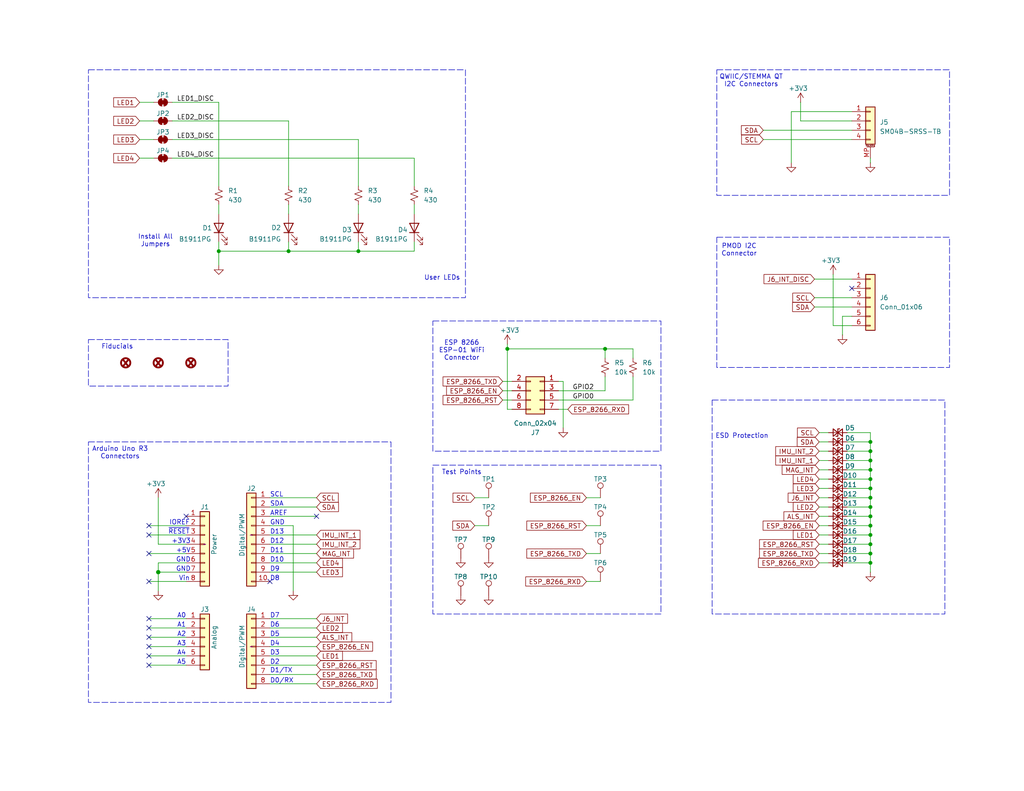
<source format=kicad_sch>
(kicad_sch (version 20250114) (generator "eeschema") (generator_version "9.0")
  (paper "USLetter")
  (title_block (title "Sensor Shield") (date "2026-01-01") (rev "--") (company "Glenn Andrews"))
  (lib_symbols
    (symbol "Conn_01x08_1" (pin_names (offset 1.016) (hide yes))
      (property "Reference" "J" (at 0 10.16 0))
      (property "Value" "Conn_01x08" (at 0 -12.7 0))
      (symbol "Conn_01x08_1_1_1"
        (pin passive line (at -5.08 7.62 0) (length 3.81) (name "Pin_1") (number "1"))
        (pin passive line (at -5.08 5.08 0) (length 3.81) (name "Pin_2") (number "2"))
        (pin passive line (at -5.08 2.54 0) (length 3.81) (name "Pin_3") (number "3"))
        (pin passive line (at -5.08 0 0) (length 3.81) (name "Pin_4") (number "4"))
        (pin passive line (at -5.08 -2.54 0) (length 3.81) (name "Pin_5") (number "5"))
        (pin passive line (at -5.08 -5.08 0) (length 3.81) (name "Pin_6") (number "6"))
        (pin passive line (at -5.08 -7.62 0) (length 3.81) (name "Pin_7") (number "7"))
        (pin passive line (at -5.08 -10.16 0) (length 3.81) (name "Pin_8") (number "8"))
      )
    )
    (symbol "Connector_Generic:Conn_01x06" (pin_names (offset 1.016) (hide yes))
      (property "Reference" "J" (at 0 7.62 0))
      (property "Value" "Conn_01x06" (at 0 -10.16 0))
      (symbol "Conn_01x06_1_1"
        (pin passive line (at -5.08 5.08 0) (length 3.81) (name "Pin_1") (number "1"))
        (pin passive line (at -5.08 2.54 0) (length 3.81) (name "Pin_2") (number "2"))
        (pin passive line (at -5.08 0 0) (length 3.81) (name "Pin_3") (number "3"))
        (pin passive line (at -5.08 -2.54 0) (length 3.81) (name "Pin_4") (number "4"))
        (pin passive line (at -5.08 -5.08 0) (length 3.81) (name "Pin_5") (number "5"))
        (pin passive line (at -5.08 -7.62 0) (length 3.81) (name "Pin_6") (number "6"))
      )
    )
    (symbol "Connector_Generic:Conn_01x08" (pin_names (offset 1.016) (hide yes))
      (property "Reference" "J" (at 0 10.16 0))
      (property "Value" "Conn_01x08" (at 0 -12.7 0))
      (symbol "Conn_01x08_1_1"
        (pin passive line (at -5.08 7.62 0) (length 3.81) (name "Pin_1") (number "1"))
        (pin passive line (at -5.08 5.08 0) (length 3.81) (name "Pin_2") (number "2"))
        (pin passive line (at -5.08 2.54 0) (length 3.81) (name "Pin_3") (number "3"))
        (pin passive line (at -5.08 0 0) (length 3.81) (name "Pin_4") (number "4"))
        (pin passive line (at -5.08 -2.54 0) (length 3.81) (name "Pin_5") (number "5"))
        (pin passive line (at -5.08 -5.08 0) (length 3.81) (name "Pin_6") (number "6"))
        (pin passive line (at -5.08 -7.62 0) (length 3.81) (name "Pin_7") (number "7"))
        (pin passive line (at -5.08 -10.16 0) (length 3.81) (name "Pin_8") (number "8"))
      )
    )
    (symbol "Connector_Generic:Conn_01x10" (pin_names (offset 1.016) (hide yes))
      (property "Reference" "J" (at 0 12.7 0))
      (property "Value" "Conn_01x10" (at 0 -15.24 0))
      (symbol "Conn_01x10_1_1"
        (pin passive line (at -5.08 10.16 0) (length 3.81) (name "Pin_1") (number "1"))
        (pin passive line (at -5.08 7.62 0) (length 3.81) (name "Pin_2") (number "2"))
        (pin passive line (at -5.08 5.08 0) (length 3.81) (name "Pin_3") (number "3"))
        (pin passive line (at -5.08 2.54 0) (length 3.81) (name "Pin_4") (number "4"))
        (pin passive line (at -5.08 0 0) (length 3.81) (name "Pin_5") (number "5"))
        (pin passive line (at -5.08 -2.54 0) (length 3.81) (name "Pin_6") (number "6"))
        (pin passive line (at -5.08 -5.08 0) (length 3.81) (name "Pin_7") (number "7"))
        (pin passive line (at -5.08 -7.62 0) (length 3.81) (name "Pin_8") (number "8"))
        (pin passive line (at -5.08 -10.16 0) (length 3.81) (name "Pin_9") (number "9"))
        (pin passive line (at -5.08 -12.7 0) (length 3.81) (name "Pin_10") (number "10"))
      )
    )
    (symbol "Connector_Generic:Conn_02x04_Odd_Even" (pin_names (offset 1.016) (hide yes))
      (property "Reference" "J" (at 1.27 5.08 0))
      (property "Value" "Conn_02x04_Odd_Even" (at 1.27 -7.62 0))
      (symbol "Conn_02x04_Odd_Even_1_1"
        (pin passive line (at -5.08 2.54 0) (length 3.81) (name "Pin_1") (number "1"))
        (pin passive line (at -5.08 0 0) (length 3.81) (name "Pin_3") (number "3"))
        (pin passive line (at -5.08 -2.54 0) (length 3.81) (name "Pin_5") (number "5"))
        (pin passive line (at -5.08 -5.08 0) (length 3.81) (name "Pin_7") (number "7"))
        (pin passive line (at 7.62 2.54 180) (length 3.81) (name "Pin_2") (number "2"))
        (pin passive line (at 7.62 0 180) (length 3.81) (name "Pin_4") (number "4"))
        (pin passive line (at 7.62 -2.54 180) (length 3.81) (name "Pin_6") (number "6"))
        (pin passive line (at 7.62 -5.08 180) (length 3.81) (name "Pin_8") (number "8"))
      )
    )
    (symbol "Connector_Generic_MountingPin:Conn_01x04_MountingPin" (pin_names (offset 1.016) (hide yes))
      (property "Reference" "J" (at 0 5.08 0))
      (property "Value" "Conn_01x04_MountingPin" (at 1.27 -7.62 0))
      (symbol "Conn_01x04_MountingPin_1_1"
        (text "Mounting" (at 0 -6.731 0) (effects (font (size 0.381 0.381))))
        (pin passive line (at -5.08 2.54 0) (length 3.81) (name "Pin_1") (number "1"))
        (pin passive line (at -5.08 0 0) (length 3.81) (name "Pin_2") (number "2"))
        (pin passive line (at -5.08 -2.54 0) (length 3.81) (name "Pin_3") (number "3"))
        (pin passive line (at -5.08 -5.08 0) (length 3.81) (name "Pin_4") (number "4"))
        (pin passive line (at 0 -10.16 90) (length 3.048) (name "MountPin") (number "MP"))
      )
    )
    (symbol "Device:D_TVS_Small" (pin_numbers (hide yes)) (pin_names (offset 1.016) (hide yes))
      (property "Reference" "D" (at 0 2.54 0))
      (property "Value" "D_TVS_Small" (at 0 -2.54 0))
      (symbol "D_TVS_Small_1_1"
        (pin passive line (at -2.54 0 0) (length 1.27) (name "A1") (number "1"))
        (pin passive line (at 2.54 0 180) (length 1.27) (name "A2") (number "2"))
      )
    )
    (symbol "Device:LED" (pin_numbers (hide yes)) (pin_names (offset 1.016) (hide yes))
      (property "Reference" "D" (at 0 2.54 0))
      (property "Value" "LED" (at 0 -2.54 0))
      (symbol "LED_1_1"
        (pin passive line (at -3.81 0 0) (length 2.54) (name "K") (number "1"))
        (pin passive line (at 3.81 0 180) (length 2.54) (name "A") (number "2"))
      )
    )
    (symbol "Device:R_Small_US" (pin_numbers (hide yes)) (pin_names (offset 0.254) (hide yes))
      (property "Reference" "R" (at 0.762 0.508 0))
      (property "Value" "R_Small_US" (at 0.762 -1.016 0))
      (symbol "R_Small_US_1_1"
        (pin passive line (at 0 2.54 270) (length 1.016) (name "~") (number "1"))
        (pin passive line (at 0 -2.54 90) (length 1.016) (name "~") (number "2"))
      )
    )
    (symbol "PCM_SparkFun-Aesthetic:Fiducial_0.5mm"
      (symbol "Fiducial_0.5mm_1_1"
        (text "x" (at 0 0.254 0) (effects (font (size 2.5 2.5) (bold yes))))
      )
    )
    (symbol "PCM_SparkFun-Connector:TestPoint_0.5mm" (pin_numbers (hide yes)) (pin_names (offset 0.762) (hide yes))
      (property "Reference" "TP" (at 0 5.08 0))
      (symbol "TestPoint_0.5mm_1_1"
        (pin passive line (at 0 0 90) (length 2.54) (name "1") (number "1"))
      )
    )
    (symbol "PCM_SparkFun-Connector:TestPoint_1.0mm" (pin_numbers (hide yes)) (pin_names (offset 0.762) (hide yes))
      (property "Reference" "TP" (at 0 5.08 0))
      (symbol "TestPoint_1.0mm_1_1"
        (pin passive line (at 0 0 90) (length 2.54) (name "1") (number "1"))
      )
    )
    (symbol "PCM_SparkFun-Jumper:SolderJumper_2_Bridged" (pin_numbers (hide yes)) (pin_names (offset 0) (hide yes))
      (property "Reference" "JP" (at 0 2.032 0))
      (property "Value" "~" (at 0 -2.54 0))
      (symbol "SolderJumper_2_Bridged_1_1"
        (pin passive line (at -2.54 0 0) (length 1.27) (name "A") (number "1"))
        (pin passive line (at 2.54 0 180) (length 1.27) (name "B") (number "2"))
      )
    )
    (symbol "power:+3V3" (power) (pin_numbers (hide yes)) (pin_names (offset 0) (hide yes))
      (property "Value" "+3V3" (at 0 3.556 0))
      (symbol "+3V3_1_1"
        (pin power_in line (at 0 0 90) (length 0) (name "~") (number "1"))
      )
    )
    (symbol "power:GND" (power) (pin_numbers (hide yes)) (pin_names (offset 0) (hide yes))
      (property "Value" "GND" (at 0 -3.81 0))
      (symbol "GND_1_1"
        (pin power_in line (at 0 0 270) (length 0) (name "~") (number "1"))
      )
    )
  )
  (rectangle (start 195.58 64.77) (end 259.08 100.33) (stroke (width 0) (type dash)))
  (rectangle (start 24.13 92.71) (end 62.23 105.41) (stroke (width 0) (type dash)))
  (rectangle (start 24.13 19.05) (end 127 81.28) (stroke (width 0) (type dash)))
  (rectangle (start 24.13 120.65) (end 106.68 191.77) (stroke (width 0) (type dash)))
  (rectangle (start 194.31 109.22) (end 257.81 167.64) (stroke (width 0) (type dash)))
  (rectangle (start 195.58 19.05) (end 259.08 53.34) (stroke (width 0) (type dash)))
  (rectangle (start 118.11 127) (end 180.34 167.64) (stroke (width 0) (type dash)))
  (rectangle (start 118.11 87.63) (end 180.34 123.19) (stroke (width 0) (type dash)))
  (text "QWIIC/STEMMA QT\nI2C Connectors" (at 204.978 22.098 0) (effects (font (size 1.27 1.27))))
  (text "IOREF" (at 51.816 142.748 0) (effects (font (size 1.27 1.27)) (justify right)))
  (text "GND" (at 52.07 152.908 0) (effects (font (size 1.27 1.27)) (justify right)))
  (text "A1" (at 50.8 170.688 0) (effects (font (size 1.27 1.27)) (justify right)))
  (text "D2" (at 73.66 180.848 0) (effects (font (size 1.27 1.27)) (justify left)))
  (text "A3" (at 50.8 175.768 0) (effects (font (size 1.27 1.27)) (justify right)))
  (text "SDA" (at 73.66 137.668 0) (effects (font (size 1.27 1.27)) (justify left)))
  (text "Fiducials" (at 32.004 94.742 0) (effects (font (size 1.27 1.27))))
  (text "D11" (at 73.66 150.368 0) (effects (font (size 1.27 1.27)) (justify left)))
  (text "SCL" (at 73.66 135.128 0) (effects (font (size 1.27 1.27)) (justify left)))
  (text "A2" (at 50.8 173.228 0) (effects (font (size 1.27 1.27)) (justify right)))
  (text "A4" (at 50.8 178.308 0) (effects (font (size 1.27 1.27)) (justify right)))
  (text "ESD Protection" (at 202.438 119.126 0) (effects (font (size 1.27 1.27))))
  (text "D12" (at 73.66 147.828 0) (effects (font (size 1.27 1.27)) (justify left)))
  (text "A0" (at 50.8 168.148 0) (effects (font (size 1.27 1.27)) (justify right)))
  (text "Install All\nJumpers" (at 42.418 65.786 0) (effects (font (size 1.27 1.27))))
  (text "ESP 8266\nESP-01 WiFi\nConnector" (at 125.984 95.758 0) (effects (font (size 1.27 1.27))))
  (text "D6" (at 73.66 170.688 0) (effects (font (size 1.27 1.27)) (justify left)))
  (text "D5" (at 73.66 173.228 0) (effects (font (size 1.27 1.27)) (justify left)))
  (text "PMOD I2C\nConnector" (at 201.676 68.326 0) (effects (font (size 1.27 1.27))))
  (text "D8" (at 73.66 157.988 0) (effects (font (size 1.27 1.27)) (justify left)))
  (text "Vin" (at 51.816 157.988 0) (effects (font (size 1.27 1.27)) (justify right)))
  (text "User LEDs" (at 120.65 75.946 0) (effects (font (size 1.27 1.27))))
  (text "+5V" (at 52.07 150.368 0) (effects (font (size 1.27 1.27)) (justify right)))
  (text "D0/RX" (at 73.66 185.928 0) (effects (font (size 1.27 1.27)) (justify left)))
  (text "Test Points" (at 125.984 129.032 0) (effects (font (size 1.27 1.27))))
  (text "D9" (at 73.66 155.448 0) (effects (font (size 1.27 1.27)) (justify left)))
  (text "GND" (at 73.66 142.748 0) (effects (font (size 1.27 1.27)) (justify left)))
  (text "D4" (at 73.66 175.768 0) (effects (font (size 1.27 1.27)) (justify left)))
  (text "D3" (at 73.66 178.308 0) (effects (font (size 1.27 1.27)) (justify left)))
  (text "AREF" (at 73.66 140.208 0) (effects (font (size 1.27 1.27)) (justify left)))
  (text "Arduino Uno R3\nConnectors" (at 32.766 123.698 0) (effects (font (size 1.27 1.27))))
  (text "GND" (at 52.07 155.448 0) (effects (font (size 1.27 1.27)) (justify right)))
  (text "A5" (at 50.8 180.848 0) (effects (font (size 1.27 1.27)) (justify right)))
  (text "D13" (at 73.66 145.288 0) (effects (font (size 1.27 1.27)) (justify left)))
  (text "+3V3" (at 52.07 147.828 0) (effects (font (size 1.27 1.27)) (justify right)))
  (text "D1/TX" (at 73.66 183.134 0) (effects (font (size 1.27 1.27)) (justify left)))
  (text "D10" (at 73.66 152.908 0) (effects (font (size 1.27 1.27)) (justify left)))
  (text "~{RESET}" (at 51.816 145.288 0) (effects (font (size 1.27 1.27)) (justify right)))
  (text "D7" (at 73.66 168.148 0) (effects (font (size 1.27 1.27)) (justify left)))
  (junction (at 237.49 128.27))
  (junction (at 237.49 138.43))
  (junction (at 237.49 125.73))
  (junction (at 43.18 156.21) (diameter 1.016))
  (junction (at 237.49 135.89))
  (junction (at 237.49 151.13))
  (junction (at 59.69 68.58))
  (junction (at 237.49 130.81))
  (junction (at 237.49 133.35))
  (junction (at 165.1 95.25))
  (junction (at 237.49 143.51))
  (junction (at 138.43 95.25))
  (junction (at 237.49 123.19))
  (junction (at 78.74 68.58))
  (junction (at 237.49 146.05))
  (junction (at 237.49 153.67))
  (junction (at 237.49 148.59))
  (junction (at 237.49 140.97))
  (junction (at 237.49 120.65))
  (junction (at 97.79 68.58))
  (no_connect (at 40.64 179.07))
  (no_connect (at 73.66 158.75))
  (no_connect (at 40.64 176.53))
  (no_connect (at 40.64 173.99))
  (no_connect (at 40.64 151.13))
  (no_connect (at 40.64 171.45))
  (no_connect (at 40.64 143.51))
  (no_connect (at 50.8 140.97))
  (no_connect (at 40.64 146.05))
  (no_connect (at 40.64 158.75))
  (no_connect (at 40.64 181.61))
  (no_connect (at 232.41 78.74))
  (no_connect (at 86.36 140.97))
  (no_connect (at 40.64 168.91))
  (wire (pts (xy 227.33 88.9) (xy 232.41 88.9)))
  (wire (pts (xy 172.72 97.79) (xy 172.72 95.25)))
  (wire (pts (xy 46.99 38.1) (xy 97.79 38.1)))
  (wire (pts (xy 73.66 138.43) (xy 86.36 138.43)))
  (wire (pts (xy 223.52 128.27) (xy 226.06 128.27)))
  (wire (pts (xy 40.64 181.61) (xy 50.8 181.61)))
  (wire (pts (xy 138.43 93.98) (xy 138.43 95.25)))
  (wire (pts (xy 113.03 66.04) (xy 113.03 68.58)))
  (wire (pts (xy 73.66 168.91) (xy 86.36 168.91)))
  (wire (pts (xy 237.49 148.59) (xy 237.49 151.13)))
  (wire (pts (xy 73.66 171.45) (xy 86.36 171.45)))
  (wire (pts (xy 231.14 130.81) (xy 237.49 130.81)))
  (wire (pts (xy 172.72 109.22) (xy 172.72 102.87)))
  (wire (pts (xy 223.52 146.05) (xy 226.06 146.05)))
  (wire (pts (xy 78.74 68.58) (xy 97.79 68.58)))
  (wire (pts (xy 237.49 133.35) (xy 237.49 135.89)))
  (wire (pts (xy 73.66 176.53) (xy 86.36 176.53)))
  (wire (pts (xy 38.1 27.94) (xy 41.91 27.94)))
  (wire (pts (xy 50.8 168.91) (xy 40.64 168.91)))
  (wire (pts (xy 223.52 148.59) (xy 226.06 148.59)))
  (wire (pts (xy 38.1 38.1) (xy 41.91 38.1)))
  (wire (pts (xy 223.52 125.73) (xy 226.06 125.73)))
  (wire (pts (xy 231.14 118.11) (xy 237.49 118.11)))
  (wire (pts (xy 152.4 106.68) (xy 165.1 106.68)))
  (wire (pts (xy 50.8 156.21) (xy 43.18 156.21)))
  (wire (pts (xy 172.72 95.25) (xy 165.1 95.25)))
  (wire (pts (xy 50.8 173.99) (xy 40.64 173.99)))
  (wire (pts (xy 223.52 120.65) (xy 226.06 120.65)))
  (wire (pts (xy 97.79 68.58) (xy 97.79 66.04)))
  (wire (pts (xy 137.16 109.22) (xy 139.7 109.22)))
  (wire (pts (xy 73.66 148.59) (xy 86.36 148.59)))
  (wire (pts (xy 78.74 33.02) (xy 78.74 50.8)))
  (wire (pts (xy 73.66 146.05) (xy 86.36 146.05)))
  (wire (pts (xy 237.49 118.11) (xy 237.49 120.65)))
  (wire (pts (xy 40.64 151.13) (xy 50.8 151.13)))
  (wire (pts (xy 222.25 76.2) (xy 232.41 76.2)))
  (wire (pts (xy 165.1 106.68) (xy 165.1 102.87)))
  (wire (pts (xy 218.44 33.02) (xy 232.41 33.02)))
  (wire (pts (xy 237.49 153.67) (xy 237.49 156.21)))
  (wire (pts (xy 80.01 143.51) (xy 80.01 161.29)))
  (wire (pts (xy 231.14 138.43) (xy 237.49 138.43)))
  (wire (pts (xy 40.64 143.51) (xy 50.8 143.51)))
  (wire (pts (xy 231.14 123.19) (xy 237.49 123.19)))
  (wire (pts (xy 59.69 55.88) (xy 59.69 58.42)))
  (wire (pts (xy 97.79 55.88) (xy 97.79 58.42)))
  (wire (pts (xy 237.49 140.97) (xy 237.49 143.51)))
  (wire (pts (xy 113.03 55.88) (xy 113.03 58.42)))
  (wire (pts (xy 231.14 135.89) (xy 237.49 135.89)))
  (wire (pts (xy 232.41 86.36) (xy 229.87 86.36)))
  (wire (pts (xy 208.28 35.56) (xy 232.41 35.56)))
  (wire (pts (xy 153.67 104.14) (xy 153.67 116.84)))
  (wire (pts (xy 231.14 120.65) (xy 237.49 120.65)))
  (wire (pts (xy 237.49 43.18) (xy 237.49 44.45)))
  (wire (pts (xy 237.49 138.43) (xy 237.49 140.97)))
  (wire (pts (xy 138.43 111.76) (xy 139.7 111.76)))
  (wire (pts (xy 40.64 171.45) (xy 50.8 171.45)))
  (wire (pts (xy 73.66 179.07) (xy 86.36 179.07)))
  (wire (pts (xy 237.49 120.65) (xy 237.49 123.19)))
  (wire (pts (xy 73.66 143.51) (xy 80.01 143.51)))
  (wire (pts (xy 138.43 95.25) (xy 138.43 111.76)))
  (wire (pts (xy 165.1 97.79) (xy 165.1 95.25)))
  (wire (pts (xy 223.52 151.13) (xy 226.06 151.13)))
  (wire (pts (xy 137.16 104.14) (xy 139.7 104.14)))
  (wire (pts (xy 73.66 184.15) (xy 86.36 184.15)))
  (wire (pts (xy 237.49 130.81) (xy 237.49 133.35)))
  (wire (pts (xy 223.52 135.89) (xy 226.06 135.89)))
  (wire (pts (xy 218.44 27.94) (xy 218.44 33.02)))
  (wire (pts (xy 152.4 111.76) (xy 154.94 111.76)))
  (wire (pts (xy 223.52 123.19) (xy 226.06 123.19)))
  (wire (pts (xy 223.52 153.67) (xy 226.06 153.67)))
  (wire (pts (xy 160.02 158.75) (xy 163.83 158.75)))
  (wire (pts (xy 222.25 83.82) (xy 232.41 83.82)))
  (wire (pts (xy 78.74 68.58) (xy 78.74 66.04)))
  (wire (pts (xy 232.41 30.48) (xy 215.9 30.48)))
  (wire (pts (xy 208.28 38.1) (xy 232.41 38.1)))
  (wire (pts (xy 227.33 74.93) (xy 227.33 88.9)))
  (wire (pts (xy 231.14 140.97) (xy 237.49 140.97)))
  (wire (pts (xy 229.87 86.36) (xy 229.87 91.44)))
  (wire (pts (xy 113.03 68.58) (xy 97.79 68.58)))
  (wire (pts (xy 73.66 135.89) (xy 86.36 135.89)))
  (wire (pts (xy 237.49 135.89) (xy 237.49 138.43)))
  (wire (pts (xy 73.66 156.21) (xy 86.36 156.21)))
  (wire (pts (xy 231.14 153.67) (xy 237.49 153.67)))
  (wire (pts (xy 231.14 143.51) (xy 237.49 143.51)))
  (wire (pts (xy 129.54 135.89) (xy 133.35 135.89)))
  (wire (pts (xy 46.99 43.18) (xy 113.03 43.18)))
  (wire (pts (xy 40.64 146.05) (xy 50.8 146.05)))
  (wire (pts (xy 237.49 143.51) (xy 237.49 146.05)))
  (wire (pts (xy 73.66 186.69) (xy 86.36 186.69)))
  (wire (pts (xy 231.14 148.59) (xy 237.49 148.59)))
  (wire (pts (xy 231.14 128.27) (xy 237.49 128.27)))
  (wire (pts (xy 237.49 125.73) (xy 237.49 128.27)))
  (wire (pts (xy 223.52 143.51) (xy 226.06 143.51)))
  (wire (pts (xy 160.02 143.51) (xy 163.83 143.51)))
  (wire (pts (xy 237.49 123.19) (xy 237.49 125.73)))
  (wire (pts (xy 237.49 151.13) (xy 237.49 153.67)))
  (wire (pts (xy 223.52 140.97) (xy 226.06 140.97)))
  (wire (pts (xy 215.9 30.48) (xy 215.9 44.45)))
  (wire (pts (xy 38.1 43.18) (xy 41.91 43.18)))
  (wire (pts (xy 231.14 146.05) (xy 237.49 146.05)))
  (wire (pts (xy 152.4 109.22) (xy 172.72 109.22)))
  (wire (pts (xy 222.25 81.28) (xy 232.41 81.28)))
  (wire (pts (xy 43.18 148.59) (xy 50.8 148.59)))
  (wire (pts (xy 59.69 66.04) (xy 59.69 68.58)))
  (wire (pts (xy 59.69 68.58) (xy 59.69 72.39)))
  (wire (pts (xy 97.79 38.1) (xy 97.79 50.8)))
  (wire (pts (xy 40.64 176.53) (xy 50.8 176.53)))
  (wire (pts (xy 223.52 133.35) (xy 226.06 133.35)))
  (wire (pts (xy 46.99 27.94) (xy 59.69 27.94)))
  (wire (pts (xy 59.69 68.58) (xy 78.74 68.58)))
  (wire (pts (xy 223.52 138.43) (xy 226.06 138.43)))
  (wire (pts (xy 50.8 158.75) (xy 40.64 158.75)))
  (wire (pts (xy 46.99 33.02) (xy 78.74 33.02)))
  (wire (pts (xy 50.8 153.67) (xy 43.18 153.67)))
  (wire (pts (xy 59.69 27.94) (xy 59.69 50.8)))
  (wire (pts (xy 160.02 135.89) (xy 163.83 135.89)))
  (wire (pts (xy 73.66 173.99) (xy 86.36 173.99)))
  (wire (pts (xy 113.03 43.18) (xy 113.03 50.8)))
  (wire (pts (xy 160.02 151.13) (xy 163.83 151.13)))
  (wire (pts (xy 231.14 151.13) (xy 237.49 151.13)))
  (wire (pts (xy 50.8 179.07) (xy 40.64 179.07)))
  (wire (pts (xy 129.54 143.51) (xy 133.35 143.51)))
  (wire (pts (xy 73.66 151.13) (xy 86.36 151.13)))
  (wire (pts (xy 231.14 125.73) (xy 237.49 125.73)))
  (wire (pts (xy 43.18 153.67) (xy 43.18 156.21)))
  (wire (pts (xy 43.18 135.89) (xy 43.18 148.59)))
  (wire (pts (xy 152.4 104.14) (xy 153.67 104.14)))
  (wire (pts (xy 38.1 33.02) (xy 41.91 33.02)))
  (wire (pts (xy 231.14 133.35) (xy 237.49 133.35)))
  (wire (pts (xy 73.66 181.61) (xy 86.36 181.61)))
  (wire (pts (xy 137.16 106.68) (xy 139.7 106.68)))
  (wire (pts (xy 223.52 118.11) (xy 226.06 118.11)))
  (wire (pts (xy 237.49 128.27) (xy 237.49 130.81)))
  (wire (pts (xy 73.66 140.97) (xy 86.36 140.97)))
  (wire (pts (xy 237.49 146.05) (xy 237.49 148.59)))
  (wire (pts (xy 43.18 156.21) (xy 43.18 161.29)))
  (wire (pts (xy 138.43 95.25) (xy 165.1 95.25)))
  (wire (pts (xy 223.52 130.81) (xy 226.06 130.81)))
  (wire (pts (xy 78.74 55.88) (xy 78.74 58.42)))
  (wire (pts (xy 73.66 153.67) (xy 86.36 153.67)))
  (label "LED2_DISC" (at 48.26 33.02 0))
  (label "GPIO0" (at 156.21 109.22 0))
  (label "LED4_DISC" (at 48.26 43.18 0))
  (label "LED3_DISC" (at 48.26 38.1 0))
  (label "GPIO2" (at 156.21 106.68 0))
  (label "LED1_DISC" (at 48.26 27.94 0))
  (global_label "ALS_INT" (shape input) (at 86.36 173.99 0) (property "Intersheetrefs" "${INTERSHEET_REFS}" (effects (hide yes))))
  (global_label "ESP_8266_EN" (shape input) (at 160.02 135.89 180) (property "Intersheetrefs" "${INTERSHEET_REFS}" (effects (hide yes))))
  (global_label "ESP_8266_RST" (shape input) (at 223.52 148.59 180) (property "Intersheetrefs" "${INTERSHEET_REFS}" (effects (hide yes))))
  (global_label "LED1" (shape input) (at 38.1 27.94 180) (property "Intersheetrefs" "${INTERSHEET_REFS}" (effects (hide yes))))
  (global_label "LED4" (shape input) (at 86.36 153.67 0) (property "Intersheetrefs" "${INTERSHEET_REFS}" (effects (hide yes))))
  (global_label "SDA" (shape input) (at 129.54 143.51 180) (property "Intersheetrefs" "${INTERSHEET_REFS}" (effects (hide yes))))
  (global_label "LED4" (shape input) (at 223.52 130.81 180) (property "Intersheetrefs" "${INTERSHEET_REFS}" (effects (hide yes))))
  (global_label "ESP_8266_TXD" (shape input) (at 160.02 151.13 180) (property "Intersheetrefs" "${INTERSHEET_REFS}" (effects (hide yes))))
  (global_label "SCL" (shape input) (at 208.28 38.1 180) (property "Intersheetrefs" "${INTERSHEET_REFS}" (effects (hide yes))))
  (global_label "SDA" (shape input) (at 86.36 138.43 0) (property "Intersheetrefs" "${INTERSHEET_REFS}" (effects (hide yes))))
  (global_label "SCL" (shape input) (at 129.54 135.89 180) (property "Intersheetrefs" "${INTERSHEET_REFS}" (effects (hide yes))))
  (global_label "J6_INT" (shape input) (at 223.52 135.89 180) (property "Intersheetrefs" "${INTERSHEET_REFS}" (effects (hide yes))))
  (global_label "LED4" (shape input) (at 38.1 43.18 180) (property "Intersheetrefs" "${INTERSHEET_REFS}" (effects (hide yes))))
  (global_label "IMU_INT_2" (shape input) (at 86.36 148.59 0) (property "Intersheetrefs" "${INTERSHEET_REFS}" (effects (hide yes))))
  (global_label "ESP_8266_EN" (shape input) (at 137.16 106.68 180) (property "Intersheetrefs" "${INTERSHEET_REFS}" (effects (hide yes))))
  (global_label "ESP_8266_TXD" (shape input) (at 86.36 184.15 0) (property "Intersheetrefs" "${INTERSHEET_REFS}" (effects (hide yes))))
  (global_label "ESP_8266_RST" (shape input) (at 160.02 143.51 180) (property "Intersheetrefs" "${INTERSHEET_REFS}" (effects (hide yes))))
  (global_label "SDA" (shape input) (at 222.25 83.82 180) (property "Intersheetrefs" "${INTERSHEET_REFS}" (effects (hide yes))))
  (global_label "LED3" (shape input) (at 86.36 156.21 0) (property "Intersheetrefs" "${INTERSHEET_REFS}" (effects (hide yes))))
  (global_label "LED3" (shape input) (at 38.1 38.1 180) (property "Intersheetrefs" "${INTERSHEET_REFS}" (effects (hide yes))))
  (global_label "ESP_8266_RXD" (shape input) (at 160.02 158.75 180) (property "Intersheetrefs" "${INTERSHEET_REFS}" (effects (hide yes))))
  (global_label "SDA" (shape input) (at 208.28 35.56 180) (property "Intersheetrefs" "${INTERSHEET_REFS}" (effects (hide yes))))
  (global_label "LED3" (shape input) (at 223.52 133.35 180) (property "Intersheetrefs" "${INTERSHEET_REFS}" (effects (hide yes))))
  (global_label "ESP_8266_EN" (shape input) (at 223.52 143.51 180) (property "Intersheetrefs" "${INTERSHEET_REFS}" (effects (hide yes))))
  (global_label "ESP_8266_RST" (shape input) (at 86.36 181.61 0) (property "Intersheetrefs" "${INTERSHEET_REFS}" (effects (hide yes))))
  (global_label "SDA" (shape input) (at 223.52 120.65 180) (property "Intersheetrefs" "${INTERSHEET_REFS}" (effects (hide yes))))
  (global_label "ESP_8266_RXD" (shape input) (at 86.36 186.69 0) (property "Intersheetrefs" "${INTERSHEET_REFS}" (effects (hide yes))))
  (global_label "ESP_8266_RXD" (shape input) (at 154.94 111.76 0) (property "Intersheetrefs" "${INTERSHEET_REFS}" (effects (hide yes))))
  (global_label "LED2" (shape input) (at 223.52 138.43 180) (property "Intersheetrefs" "${INTERSHEET_REFS}" (effects (hide yes))))
  (global_label "SCL" (shape input) (at 223.52 118.11 180) (property "Intersheetrefs" "${INTERSHEET_REFS}" (effects (hide yes))))
  (global_label "ESP_8266_RST" (shape input) (at 137.16 109.22 180) (property "Intersheetrefs" "${INTERSHEET_REFS}" (effects (hide yes))))
  (global_label "ESP_8266_EN" (shape input) (at 86.36 176.53 0) (property "Intersheetrefs" "${INTERSHEET_REFS}" (effects (hide yes))))
  (global_label "LED1" (shape input) (at 86.36 179.07 0) (property "Intersheetrefs" "${INTERSHEET_REFS}" (effects (hide yes))))
  (global_label "IMU_INT_1" (shape input) (at 86.36 146.05 0) (property "Intersheetrefs" "${INTERSHEET_REFS}" (effects (hide yes))))
  (global_label "IMU_INT_2" (shape input) (at 223.52 123.19 180) (property "Intersheetrefs" "${INTERSHEET_REFS}" (effects (hide yes))))
  (global_label "LED2" (shape input) (at 38.1 33.02 180) (property "Intersheetrefs" "${INTERSHEET_REFS}" (effects (hide yes))))
  (global_label "ALS_INT" (shape input) (at 223.52 140.97 180) (property "Intersheetrefs" "${INTERSHEET_REFS}" (effects (hide yes))))
  (global_label "SCL" (shape input) (at 222.25 81.28 180) (property "Intersheetrefs" "${INTERSHEET_REFS}" (effects (hide yes))))
  (global_label "SCL" (shape input) (at 86.36 135.89 0) (property "Intersheetrefs" "${INTERSHEET_REFS}" (effects (hide yes))))
  (global_label "MAG_INT" (shape input) (at 86.36 151.13 0) (property "Intersheetrefs" "${INTERSHEET_REFS}" (effects (hide yes))))
  (global_label "ESP_8266_TXD" (shape input) (at 137.16 104.14 180) (property "Intersheetrefs" "${INTERSHEET_REFS}" (effects (hide yes))))
  (global_label "J6_INT" (shape input) (at 86.36 168.91 0) (property "Intersheetrefs" "${INTERSHEET_REFS}" (effects (hide yes))))
  (global_label "ESP_8266_RXD" (shape input) (at 223.52 153.67 180) (property "Intersheetrefs" "${INTERSHEET_REFS}" (effects (hide yes))))
  (global_label "LED2" (shape input) (at 86.36 171.45 0) (property "Intersheetrefs" "${INTERSHEET_REFS}" (effects (hide yes))))
  (global_label "LED1" (shape input) (at 223.52 146.05 180) (property "Intersheetrefs" "${INTERSHEET_REFS}" (effects (hide yes))))
  (global_label "ESP_8266_TXD" (shape input) (at 223.52 151.13 180) (property "Intersheetrefs" "${INTERSHEET_REFS}" (effects (hide yes))))
  (global_label "MAG_INT" (shape input) (at 223.52 128.27 180) (property "Intersheetrefs" "${INTERSHEET_REFS}" (effects (hide yes))))
  (global_label "IMU_INT_1" (shape input) (at 223.52 125.73 180) (property "Intersheetrefs" "${INTERSHEET_REFS}" (effects (hide yes))))
  (global_label "J6_INT_DISC" (shape input) (at 222.25 76.2 180) (property "Intersheetrefs" "${INTERSHEET_REFS}" (effects (hide yes))))
  (symbol (lib_name "Conn_01x08_1") (lib_id "Connector_Generic:Conn_01x08") (at 55.88 148.59 0) (unit 1)
    (property "Reference" "J1" (at 55.88 138.43 0))
    (property "Value" "Power" (at 58.42 148.59 90))
    (property "Footprint" "Connector_PinSocket_2.54mm:PinSocket_1x08_P2.54mm_Vertical" (effects (hide yes)))
    (property "Datasheet" "~" (at 55.88 148.59 0))
    (property "Description" "Generic connector, single row, 01x08, script generated (kicad-library-utils/schlib/autogen/connector/)" (effects (hide yes)))
    (property "Digi-Key PN" "1568-11417-ND" (effects (hide yes)))
    (property "MPN" "11417" (effects (hide yes)))
  )
  (symbol (lib_id "power:+3V3") (at 43.18 135.89 0) (unit 1)
    (property "Reference" "#PWR03" (effects (hide yes)))
    (property "Value" "+3V3" (at 39.878 132.08 0) (effects (justify left)))
    (property "Description" "Power symbol creates a global label with name \"+3V3\"" (effects (hide yes)))
  )
  (symbol (lib_id "power:GND") (at 43.18 161.29 0) (unit 1)
    (property "Reference" "#PWR04" (effects (hide yes)))
    (property "Value" "GND" (effects (hide yes)))
    (property "Description" "Power symbol creates a global label with name \"GND\" , ground" (effects (hide yes)))
  )
  (symbol (lib_id "Connector_Generic:Conn_01x10") (at 68.58 146.05 0) (mirror y) (unit 1)
    (property "Reference" "J2" (at 68.58 133.35 0))
    (property "Value" "Digital/PWM" (at 66.04 146.05 90))
    (property "Footprint" "Connector_PinSocket_2.54mm:PinSocket_1x10_P2.54mm_Vertical" (effects (hide yes)))
    (property "Datasheet" "~" (at 68.58 146.05 0))
    (property "Description" "Generic connector, single row, 01x10, script generated (kicad-library-utils/schlib/autogen/connector/)" (effects (hide yes)))
    (property "Digi-Key PN" "1568-11417-ND" (effects (hide yes)))
    (property "MPN" "11417" (effects (hide yes)))
  )
  (symbol (lib_id "power:GND") (at 80.01 161.29 0) (unit 1)
    (property "Reference" "#PWR05" (effects (hide yes)))
    (property "Value" "GND" (effects (hide yes)))
    (property "Description" "Power symbol creates a global label with name \"GND\" , ground" (effects (hide yes)))
  )
  (symbol (lib_id "Connector_Generic:Conn_01x06") (at 55.88 173.99 0) (unit 1)
    (property "Reference" "J3" (at 55.88 166.37 0))
    (property "Value" "Analog" (at 58.42 173.99 90))
    (property "Footprint" "Connector_PinSocket_2.54mm:PinSocket_1x06_P2.54mm_Vertical" (effects (hide yes)))
    (property "Description" "Generic connector, single row, 01x06, script generated (kicad-library-utils/schlib/autogen/connector/)" (effects (hide yes)))
    (property "Digi-Key PN" "1568-11417-ND" (effects (hide yes)))
    (property "MPN" "11417" (effects (hide yes)))
  )
  (symbol (lib_id "Connector_Generic:Conn_01x08") (at 68.58 176.53 0) (mirror y) (unit 1)
    (property "Reference" "J4" (at 68.58 166.37 0))
    (property "Value" "Digital/PWM" (at 66.04 176.53 90))
    (property "Footprint" "Connector_PinSocket_2.54mm:PinSocket_1x08_P2.54mm_Vertical" (effects (hide yes)))
    (property "Datasheet" "~" (at 68.58 176.53 0))
    (property "Description" "Generic connector, single row, 01x08, script generated (kicad-library-utils/schlib/autogen/connector/)" (effects (hide yes)))
    (property "Digi-Key PN" "1568-11417-ND" (effects (hide yes)))
    (property "MPN" "11417" (effects (hide yes)))
  )
  (symbol (lib_id "Device:D_TVS_Small") (at 228.6 128.27 180) (unit 1)
    (property "Reference" "D9" (at 231.902 127.254 0))
    (property "Value" "D_TVS_Small" (effects (hide yes)))
    (property "Footprint" "GA_KiCad_Footprints:D_0402_1005Metric" (effects (hide yes)))
    (property "Description" "Bidirectional transient-voltage-suppression diode, small symbol" (effects (hide yes)))
    (property "Digi-Key PN" "5272-TPD1E10B06DPYR-EVCT-ND" (effects (hide yes)))
    (property "MPN" "TPD1E10B06DPYR-EV" (effects (hide yes)))
  )
  (symbol (lib_id "PCM_SparkFun-Connector:TestPoint_1.0mm") (at 125.73 152.4 0) (unit 1)
    (property "Reference" "TP7" (at 125.73 147.32 0))
    (property "Value" "1.25mm" (effects (hide yes)))
    (property "Footprint" "PCM_SparkFun-Connector:TestPoint-1.0mm" (effects (hide yes)))
    (property "Description" "Test Point" (effects (hide yes)))
  )
  (symbol (lib_id "Device:D_TVS_Small") (at 228.6 146.05 180) (unit 1)
    (property "Reference" "D16" (at 231.902 145.034 0))
    (property "Value" "D_TVS_Small" (effects (hide yes)))
    (property "Footprint" "GA_KiCad_Footprints:D_0402_1005Metric" (effects (hide yes)))
    (property "Description" "Bidirectional transient-voltage-suppression diode, small symbol" (effects (hide yes)))
    (property "Digi-Key PN" "5272-TPD1E10B06DPYR-EVCT-ND" (effects (hide yes)))
    (property "MPN" "TPD1E10B06DPYR-EV" (effects (hide yes)))
  )
  (symbol (lib_id "PCM_SparkFun-Jumper:SolderJumper_2_Bridged") (at 44.45 27.94 0) (unit 1)
    (property "Reference" "JP1" (at 44.45 25.908 0))
    (property "Footprint" "PCM_SparkFun-Jumper:Jumper_2_NC_Trace" (effects (hide yes)))
    (property "Description" "Solder Jumper, 2-pole, closed/bridged" (effects (hide yes)))
  )
  (symbol (lib_id "power:GND") (at 215.9 44.45 0) (unit 1)
    (property "Reference" "#PWR06" (effects (hide yes)))
    (property "Value" "GND" (effects (hide yes)))
    (property "Description" "Power symbol creates a global label with name \"GND\" , ground" (effects (hide yes)))
  )
  (symbol (lib_id "Device:D_TVS_Small") (at 228.6 138.43 180) (unit 1)
    (property "Reference" "D13" (at 231.902 137.414 0))
    (property "Value" "D_TVS_Small" (effects (hide yes)))
    (property "Footprint" "GA_KiCad_Footprints:D_0402_1005Metric" (effects (hide yes)))
    (property "Description" "Bidirectional transient-voltage-suppression diode, small symbol" (effects (hide yes)))
    (property "Digi-Key PN" "5272-TPD1E10B06DPYR-EVCT-ND" (effects (hide yes)))
    (property "MPN" "TPD1E10B06DPYR-EV" (effects (hide yes)))
  )
  (symbol (lib_id "Device:R_Small_US") (at 165.1 100.33 0) (unit 1)
    (property "Reference" "R5" (at 167.64 99.0599 0) (effects (justify left)))
    (property "Value" "10k" (at 167.64 101.5999 0) (effects (justify left)))
    (property "Footprint" "Resistor_SMD:R_0201_0603Metric" (effects (hide yes)))
    (property "Description" "Resistor, small US symbol" (effects (hide yes)))
    (property "Digi-Key PN" "311-10.0KMCT-ND" (effects (hide yes)))
    (property "MPN" "RC0201FR-0710KL" (effects (hide yes)))
  )
  (symbol (lib_id "PCM_SparkFun-Connector:TestPoint_0.5mm") (at 133.35 135.89 0) (unit 1)
    (property "Reference" "TP1" (at 133.35 130.81 0))
    (property "Value" "0.5mm" (effects (hide yes)))
    (property "Footprint" "PCM_SparkFun-Connector:TestPoint-0.5mm" (effects (hide yes)))
    (property "Description" "Test Point" (effects (hide yes)))
  )
  (symbol (lib_id "PCM_SparkFun-Connector:TestPoint_0.5mm") (at 133.35 143.51 0) (unit 1)
    (property "Reference" "TP2" (at 133.35 138.43 0))
    (property "Value" "0.5mm" (effects (hide yes)))
    (property "Footprint" "PCM_SparkFun-Connector:TestPoint-0.5mm" (effects (hide yes)))
    (property "Description" "Test Point" (effects (hide yes)))
  )
  (symbol (lib_id "Device:D_TVS_Small") (at 228.6 123.19 180) (unit 1)
    (property "Reference" "D7" (at 231.902 122.174 0))
    (property "Value" "D_TVS_Small" (effects (hide yes)))
    (property "Footprint" "GA_KiCad_Footprints:D_0402_1005Metric" (effects (hide yes)))
    (property "Description" "Bidirectional transient-voltage-suppression diode, small symbol" (effects (hide yes)))
    (property "Digi-Key PN" "5272-TPD1E10B06DPYR-EVCT-ND" (effects (hide yes)))
    (property "MPN" "TPD1E10B06DPYR-EV" (effects (hide yes)))
  )
  (symbol (lib_id "power:GND") (at 59.69 72.39 0) (unit 1)
    (property "Reference" "#PWR014" (effects (hide yes)))
    (property "Value" "GND" (effects (hide yes)))
    (property "Description" "Power symbol creates a global label with name \"GND\" , ground" (effects (hide yes)))
  )
  (symbol (lib_id "power:GND") (at 237.49 44.45 0) (unit 1)
    (property "Reference" "#PWR012" (effects (hide yes)))
    (property "Value" "GND" (effects (hide yes)))
    (property "Description" "Power symbol creates a global label with name \"GND\" , ground" (effects (hide yes)))
  )
  (symbol (lib_id "power:+3V3") (at 138.43 93.98 0) (mirror y) (unit 1)
    (property "Reference" "#PWR09" (effects (hide yes)))
    (property "Value" "+3V3" (at 141.732 90.17 0) (effects (justify left)))
    (property "Description" "Power symbol creates a global label with name \"+3V3\"" (effects (hide yes)))
  )
  (symbol (lib_id "power:GND") (at 133.35 152.4 0) (unit 1)
    (property "Reference" "#PWR039" (effects (hide yes)))
    (property "Value" "GND" (effects (hide yes)))
    (property "Description" "Power symbol creates a global label with name \"GND\" , ground" (effects (hide yes)))
  )
  (symbol (lib_id "Device:D_TVS_Small") (at 228.6 125.73 180) (unit 1)
    (property "Reference" "D8" (at 231.902 124.714 0))
    (property "Value" "D_TVS_Small" (effects (hide yes)))
    (property "Footprint" "GA_KiCad_Footprints:D_0402_1005Metric" (effects (hide yes)))
    (property "Description" "Bidirectional transient-voltage-suppression diode, small symbol" (effects (hide yes)))
    (property "Digi-Key PN" "5272-TPD1E10B06DPYR-EVCT-ND" (effects (hide yes)))
    (property "MPN" "TPD1E10B06DPYR-EV" (effects (hide yes)))
  )
  (symbol (lib_id "power:GND") (at 237.49 156.21 0) (unit 1)
    (property "Reference" "#PWR017" (effects (hide yes)))
    (property "Value" "GND" (effects (hide yes)))
    (property "Description" "Power symbol creates a global label with name \"GND\" , ground" (effects (hide yes)))
  )
  (symbol (lib_id "PCM_SparkFun-Aesthetic:Fiducial_0.5mm") (at 52.07 99.06 0) (unit 1)
    (property "Reference" "FID3" (effects (hide yes)))
    (property "Value" "Fiducial_0.5mm" (effects (hide yes)))
    (property "Footprint" "PCM_SparkFun-Aesthetic:Fiducial_0.5mm_Mask1mm" (effects (hide yes)))
    (property "Description" "Fiducial Marker" (effects (hide yes)))
  )
  (symbol (lib_id "PCM_SparkFun-Connector:TestPoint_0.5mm") (at 163.83 158.75 0) (unit 1)
    (property "Reference" "TP6" (at 163.83 153.67 0))
    (property "Value" "0.5mm" (effects (hide yes)))
    (property "Footprint" "PCM_SparkFun-Connector:TestPoint-0.5mm" (effects (hide yes)))
    (property "Description" "Test Point" (effects (hide yes)))
  )
  (symbol (lib_id "power:+3V3") (at 218.44 27.94 0) (unit 1)
    (property "Reference" "#PWR01" (effects (hide yes)))
    (property "Value" "+3V3" (at 215.138 24.13 0) (effects (justify left)))
    (property "Description" "Power symbol creates a global label with name \"+3V3\"" (effects (hide yes)))
  )
  (symbol (lib_id "Device:D_TVS_Small") (at 228.6 148.59 180) (unit 1)
    (property "Reference" "D17" (at 231.902 147.574 0))
    (property "Value" "D_TVS_Small" (effects (hide yes)))
    (property "Footprint" "GA_KiCad_Footprints:D_0402_1005Metric" (effects (hide yes)))
    (property "Description" "Bidirectional transient-voltage-suppression diode, small symbol" (effects (hide yes)))
    (property "Digi-Key PN" "5272-TPD1E10B06DPYR-EVCT-ND" (effects (hide yes)))
    (property "MPN" "TPD1E10B06DPYR-EV" (effects (hide yes)))
  )
  (symbol (lib_id "Device:D_TVS_Small") (at 228.6 130.81 180) (unit 1)
    (property "Reference" "D10" (at 231.902 129.794 0))
    (property "Value" "D_TVS_Small" (effects (hide yes)))
    (property "Footprint" "GA_KiCad_Footprints:D_0402_1005Metric" (effects (hide yes)))
    (property "Description" "Bidirectional transient-voltage-suppression diode, small symbol" (effects (hide yes)))
    (property "Digi-Key PN" "5272-TPD1E10B06DPYR-EVCT-ND" (effects (hide yes)))
    (property "MPN" "TPD1E10B06DPYR-EV" (effects (hide yes)))
  )
  (symbol (lib_id "power:GND") (at 133.35 162.56 0) (unit 1)
    (property "Reference" "#PWR040" (effects (hide yes)))
    (property "Value" "GND" (effects (hide yes)))
    (property "Description" "Power symbol creates a global label with name \"GND\" , ground" (effects (hide yes)))
  )
  (symbol (lib_id "PCM_SparkFun-Connector:TestPoint_0.5mm") (at 163.83 135.89 0) (unit 1)
    (property "Reference" "TP3" (at 163.83 130.81 0))
    (property "Value" "0.5mm" (effects (hide yes)))
    (property "Footprint" "PCM_SparkFun-Connector:TestPoint-0.5mm" (effects (hide yes)))
    (property "Description" "Test Point" (effects (hide yes)))
  )
  (symbol (lib_id "PCM_SparkFun-Connector:TestPoint_0.5mm") (at 163.83 143.51 0) (unit 1)
    (property "Reference" "TP4" (at 163.83 138.43 0))
    (property "Value" "0.5mm" (effects (hide yes)))
    (property "Footprint" "PCM_SparkFun-Connector:TestPoint-0.5mm" (effects (hide yes)))
    (property "Description" "Test Point" (effects (hide yes)))
  )
  (symbol (lib_id "Device:R_Small_US") (at 59.69 53.34 0) (unit 1)
    (property "Reference" "R1" (at 62.23 52.0699 0) (effects (justify left)))
    (property "Value" "430" (at 62.23 54.6099 0) (effects (justify left)))
    (property "Footprint" "Resistor_SMD:R_0402_1005Metric" (effects (hide yes)))
    (property "Description" "Resistor, small US symbol" (effects (hide yes)))
    (property "Digi-Key PN" "311-430LRCT-ND" (effects (hide yes)))
    (property "MPN" "RC0402FR-07430RL" (effects (hide yes)))
  )
  (symbol (lib_id "Device:D_TVS_Small") (at 228.6 143.51 180) (unit 1)
    (property "Reference" "D15" (at 231.902 142.494 0))
    (property "Value" "D_TVS_Small" (effects (hide yes)))
    (property "Footprint" "GA_KiCad_Footprints:D_0402_1005Metric" (effects (hide yes)))
    (property "Description" "Bidirectional transient-voltage-suppression diode, small symbol" (effects (hide yes)))
    (property "Digi-Key PN" "5272-TPD1E10B06DPYR-EVCT-ND" (effects (hide yes)))
    (property "MPN" "TPD1E10B06DPYR-EV" (effects (hide yes)))
  )
  (symbol (lib_id "Device:R_Small_US") (at 97.79 53.34 0) (unit 1)
    (property "Reference" "R3" (at 100.33 52.0699 0) (effects (justify left)))
    (property "Value" "430" (at 100.33 54.6099 0) (effects (justify left)))
    (property "Footprint" "Resistor_SMD:R_0402_1005Metric" (effects (hide yes)))
    (property "Description" "Resistor, small US symbol" (effects (hide yes)))
    (property "Digi-Key PN" "311-430LRCT-ND" (effects (hide yes)))
    (property "MPN" "RC0402FR-07430RL" (effects (hide yes)))
  )
  (symbol (lib_id "PCM_SparkFun-Jumper:SolderJumper_2_Bridged") (at 44.45 33.02 0) (unit 1)
    (property "Reference" "JP2" (at 44.45 30.988 0))
    (property "Footprint" "PCM_SparkFun-Jumper:Jumper_2_NC_Trace" (effects (hide yes)))
    (property "Description" "Solder Jumper, 2-pole, closed/bridged" (effects (hide yes)))
  )
  (symbol (lib_id "Device:R_Small_US") (at 113.03 53.34 0) (unit 1)
    (property "Reference" "R4" (at 115.57 52.0699 0) (effects (justify left)))
    (property "Value" "430" (at 115.57 54.6099 0) (effects (justify left)))
    (property "Footprint" "Resistor_SMD:R_0402_1005Metric" (effects (hide yes)))
    (property "Description" "Resistor, small US symbol" (effects (hide yes)))
    (property "Digi-Key PN" "311-430LRCT-ND" (effects (hide yes)))
    (property "MPN" "RC0402FR-07430RL" (effects (hide yes)))
  )
  (symbol (lib_id "Connector_Generic:Conn_01x06") (at 237.49 81.28 0) (unit 1)
    (property "Reference" "J6" (at 240.03 81.2799 0) (effects (justify left)))
    (property "Value" "Conn_01x06" (at 240.03 83.8199 0) (effects (justify left)))
    (property "Footprint" "GA_KiCad_Footprints:PinSocket_1x06_P2.54mm_Horizontal_Flipped" (effects (hide yes)))
    (property "Description" "Generic connector, single row, 01x06, script generated (kicad-library-utils/schlib/autogen/connector/)" (effects (hide yes)))
    (property "Digi-Key PN" "732-613006143121-ND" (effects (hide yes)))
    (property "MPN" "613006143121" (effects (hide yes)))
  )
  (symbol (lib_id "Device:LED") (at 97.79 62.23 90) (unit 1)
    (property "Reference" "D3" (at 96.012 62.738 90) (effects (justify left)))
    (property "Value" "B1911PG" (at 96.012 65.278 90) (effects (justify left)))
    (property "Footprint" "LED_SMD:LED_0603_1608Metric" (effects (hide yes)))
    (property "Datasheet" "https://mm.digikey.com/Volume0/opasdata/d220001/medias/docus/3777/B1911PG--20D000514U1930.pdf" (effects (hide yes)))
    (property "Description" "Light emitting diode" (effects (hide yes)))
    (property "Sim.Pins" "1=K 2=A" (effects (hide yes)))
    (property "Digi-Key PN" "3147-B1911PG--20D000514U1930CT-ND" (effects (hide yes)))
    (property "MPN" "B1911PG--20D000514U1930" (effects (hide yes)))
  )
  (symbol (lib_id "Device:LED") (at 78.74 62.23 90) (unit 1)
    (property "Reference" "D2" (at 76.708 62.1664 90) (effects (justify left)))
    (property "Value" "B1911PG" (at 76.708 65.278 90) (effects (justify left)))
    (property "Footprint" "LED_SMD:LED_0603_1608Metric" (effects (hide yes)))
    (property "Datasheet" "https://mm.digikey.com/Volume0/opasdata/d220001/medias/docus/3777/B1911PG--20D000514U1930.pdf" (effects (hide yes)))
    (property "Description" "Light emitting diode" (effects (hide yes)))
    (property "Sim.Pins" "1=K 2=A" (effects (hide yes)))
    (property "Digi-Key PN" "3147-B1911PG--20D000514U1930CT-ND" (effects (hide yes)))
    (property "MPN" "B1911PG--20D000514U1930" (effects (hide yes)))
  )
  (symbol (lib_id "Device:D_TVS_Small") (at 228.6 151.13 180) (unit 1)
    (property "Reference" "D18" (at 231.902 150.114 0))
    (property "Value" "D_TVS_Small" (effects (hide yes)))
    (property "Footprint" "GA_KiCad_Footprints:D_0402_1005Metric" (effects (hide yes)))
    (property "Description" "Bidirectional transient-voltage-suppression diode, small symbol" (effects (hide yes)))
    (property "Digi-Key PN" "5272-TPD1E10B06DPYR-EVCT-ND" (effects (hide yes)))
    (property "MPN" "TPD1E10B06DPYR-EV" (effects (hide yes)))
  )
  (symbol (lib_id "PCM_SparkFun-Connector:TestPoint_1.0mm") (at 125.73 162.56 0) (unit 1)
    (property "Reference" "TP8" (at 125.73 157.48 0))
    (property "Value" "1.25mm" (effects (hide yes)))
    (property "Footprint" "PCM_SparkFun-Connector:TestPoint-1.0mm" (effects (hide yes)))
    (property "Description" "Test Point" (effects (hide yes)))
  )
  (symbol (lib_id "power:GND") (at 229.87 91.44 0) (unit 1)
    (property "Reference" "#PWR038" (effects (hide yes)))
    (property "Value" "GND" (effects (hide yes)))
    (property "Description" "Power symbol creates a global label with name \"GND\" , ground" (effects (hide yes)))
  )
  (symbol (lib_id "Device:LED") (at 59.69 62.23 90) (unit 1)
    (property "Reference" "D1" (at 57.912 62.23 90) (effects (justify left)))
    (property "Value" "B1911PG" (at 57.658 65.278 90) (effects (justify left)))
    (property "Footprint" "LED_SMD:LED_0603_1608Metric" (effects (hide yes)))
    (property "Datasheet" "https://mm.digikey.com/Volume0/opasdata/d220001/medias/docus/3777/B1911PG--20D000514U1930.pdf" (effects (hide yes)))
    (property "Description" "Light emitting diode" (effects (hide yes)))
    (property "Sim.Pins" "1=K 2=A" (effects (hide yes)))
    (property "Digi-Key PN" "3147-B1911PG--20D000514U1930CT-ND" (effects (hide yes)))
    (property "MPN" "B1911PG--20D000514U1930" (effects (hide yes)))
  )
  (symbol (lib_id "Device:R_Small_US") (at 78.74 53.34 0) (unit 1)
    (property "Reference" "R2" (at 81.28 52.0699 0) (effects (justify left)))
    (property "Value" "430" (at 81.28 54.6099 0) (effects (justify left)))
    (property "Footprint" "Resistor_SMD:R_0402_1005Metric" (effects (hide yes)))
    (property "Description" "Resistor, small US symbol" (effects (hide yes)))
    (property "Digi-Key PN" "311-430LRCT-ND" (effects (hide yes)))
    (property "MPN" "RC0402FR-07430RL" (effects (hide yes)))
  )
  (symbol (lib_id "Device:D_TVS_Small") (at 228.6 140.97 180) (unit 1)
    (property "Reference" "D14" (at 231.902 139.954 0))
    (property "Value" "D_TVS_Small" (effects (hide yes)))
    (property "Footprint" "GA_KiCad_Footprints:D_0402_1005Metric" (effects (hide yes)))
    (property "Description" "Bidirectional transient-voltage-suppression diode, small symbol" (effects (hide yes)))
    (property "Digi-Key PN" "5272-TPD1E10B06DPYR-EVCT-ND" (effects (hide yes)))
    (property "MPN" "TPD1E10B06DPYR-EV" (effects (hide yes)))
  )
  (symbol (lib_id "Device:D_TVS_Small") (at 228.6 135.89 180) (unit 1)
    (property "Reference" "D12" (at 231.902 134.874 0))
    (property "Value" "D_TVS_Small" (effects (hide yes)))
    (property "Footprint" "GA_KiCad_Footprints:D_0402_1005Metric" (effects (hide yes)))
    (property "Description" "Bidirectional transient-voltage-suppression diode, small symbol" (effects (hide yes)))
    (property "Digi-Key PN" "5272-TPD1E10B06DPYR-EVCT-ND" (effects (hide yes)))
    (property "MPN" "TPD1E10B06DPYR-EV" (effects (hide yes)))
  )
  (symbol (lib_id "PCM_SparkFun-Aesthetic:Fiducial_0.5mm") (at 34.29 99.06 0) (unit 1)
    (property "Reference" "FID1" (effects (hide yes)))
    (property "Value" "Fiducial_0.5mm" (effects (hide yes)))
    (property "Footprint" "PCM_SparkFun-Aesthetic:Fiducial_0.5mm_Mask1mm" (effects (hide yes)))
    (property "Description" "Fiducial Marker" (effects (hide yes)))
  )
  (symbol (lib_id "PCM_SparkFun-Connector:TestPoint_1.0mm") (at 133.35 152.4 0) (unit 1)
    (property "Reference" "TP9" (at 133.35 147.32 0))
    (property "Value" "1.25mm" (effects (hide yes)))
    (property "Footprint" "PCM_SparkFun-Connector:TestPoint-1.0mm" (effects (hide yes)))
    (property "Description" "Test Point" (effects (hide yes)))
  )
  (symbol (lib_id "Connector_Generic:Conn_02x04_Odd_Even") (at 147.32 106.68 0) (mirror y) (unit 1)
    (property "Reference" "J7" (at 146.05 118.11 0))
    (property "Value" "Conn_02x04" (at 146.05 115.57 0))
    (property "Footprint" "Connector_PinSocket_2.54mm:PinSocket_2x04_P2.54mm_Vertical" (effects (hide yes)))
    (property "Description" "Generic connector, double row, 02x04, odd/even pin numbering scheme (row 1 odd numbers, row 2 even numbers), script generated (kicad-library-utils/schlib/autogen/connector/)" (effects (hide yes)))
    (property "Digi-Key PN" "732-61300821821-ND" (effects (hide yes)))
    (property "MPN" "61300821821" (effects (hide yes)))
  )
  (symbol (lib_id "PCM_SparkFun-Connector:TestPoint_0.5mm") (at 163.83 151.13 0) (unit 1)
    (property "Reference" "TP5" (at 163.83 146.05 0))
    (property "Value" "0.5mm" (effects (hide yes)))
    (property "Footprint" "PCM_SparkFun-Connector:TestPoint-0.5mm" (effects (hide yes)))
    (property "Description" "Test Point" (effects (hide yes)))
  )
  (symbol (lib_id "power:GND") (at 125.73 152.4 0) (unit 1)
    (property "Reference" "#PWR035" (effects (hide yes)))
    (property "Value" "GND" (effects (hide yes)))
    (property "Description" "Power symbol creates a global label with name \"GND\" , ground" (effects (hide yes)))
  )
  (symbol (lib_id "PCM_SparkFun-Aesthetic:Fiducial_0.5mm") (at 43.18 99.06 0) (unit 1)
    (property "Reference" "FID2" (effects (hide yes)))
    (property "Value" "Fiducial_0.5mm" (effects (hide yes)))
    (property "Footprint" "PCM_SparkFun-Aesthetic:Fiducial_0.5mm_Mask1mm" (effects (hide yes)))
    (property "Description" "Fiducial Marker" (effects (hide yes)))
  )
  (symbol (lib_id "PCM_SparkFun-Connector:TestPoint_1.0mm") (at 133.35 162.56 0) (unit 1)
    (property "Reference" "TP10" (at 133.35 157.48 0))
    (property "Value" "1.25mm" (effects (hide yes)))
    (property "Footprint" "PCM_SparkFun-Connector:TestPoint-1.0mm" (effects (hide yes)))
    (property "Description" "Test Point" (effects (hide yes)))
  )
  (symbol (lib_id "Device:LED") (at 113.03 62.23 90) (unit 1)
    (property "Reference" "D4" (at 111.252 62.738 90) (effects (justify left)))
    (property "Value" "B1911PG" (at 111.252 65.278 90) (effects (justify left)))
    (property "Footprint" "LED_SMD:LED_0603_1608Metric" (effects (hide yes)))
    (property "Datasheet" "https://mm.digikey.com/Volume0/opasdata/d220001/medias/docus/3777/B1911PG--20D000514U1930.pdf" (effects (hide yes)))
    (property "Description" "Light emitting diode" (effects (hide yes)))
    (property "Sim.Pins" "1=K 2=A" (effects (hide yes)))
    (property "Digi-Key PN" "3147-B1911PG--20D000514U1930CT-ND" (effects (hide yes)))
    (property "MPN" "B1911PG--20D000514U1930" (effects (hide yes)))
  )
  (symbol (lib_id "Device:D_TVS_Small") (at 228.6 120.65 180) (unit 1)
    (property "Reference" "D6" (at 231.902 119.634 0))
    (property "Value" "D_TVS_Small" (effects (hide yes)))
    (property "Footprint" "GA_KiCad_Footprints:D_0402_1005Metric" (effects (hide yes)))
    (property "Description" "Bidirectional transient-voltage-suppression diode, small symbol" (effects (hide yes)))
    (property "Digi-Key PN" "5272-TPD1E10B06DPYR-EVCT-ND" (effects (hide yes)))
    (property "MPN" "TPD1E10B06DPYR-EV" (effects (hide yes)))
  )
  (symbol (lib_id "PCM_SparkFun-Jumper:SolderJumper_2_Bridged") (at 44.45 38.1 0) (unit 1)
    (property "Reference" "JP3" (at 44.45 36.068 0))
    (property "Footprint" "PCM_SparkFun-Jumper:Jumper_2_NC_Trace" (effects (hide yes)))
    (property "Description" "Solder Jumper, 2-pole, closed/bridged" (effects (hide yes)))
  )
  (symbol (lib_id "PCM_SparkFun-Jumper:SolderJumper_2_Bridged") (at 44.45 43.18 0) (unit 1)
    (property "Reference" "JP4" (at 44.45 41.148 0))
    (property "Footprint" "PCM_SparkFun-Jumper:Jumper_2_NC_Trace" (effects (hide yes)))
    (property "Description" "Solder Jumper, 2-pole, closed/bridged" (effects (hide yes)))
  )
  (symbol (lib_id "power:GND") (at 153.67 116.84 0) (mirror y) (unit 1)
    (property "Reference" "#PWR020" (effects (hide yes)))
    (property "Value" "GND" (effects (hide yes)))
    (property "Description" "Power symbol creates a global label with name \"GND\" , ground" (effects (hide yes)))
  )
  (symbol (lib_id "Device:D_TVS_Small") (at 228.6 118.11 180) (unit 1)
    (property "Reference" "D5" (at 231.902 116.84 0))
    (property "Value" "D_TVS_Small" (effects (hide yes)))
    (property "Footprint" "GA_KiCad_Footprints:D_0402_1005Metric" (effects (hide yes)))
    (property "Description" "Bidirectional transient-voltage-suppression diode, small symbol" (effects (hide yes)))
    (property "Digi-Key PN" "5272-TPD1E10B06DPYR-EVCT-ND" (effects (hide yes)))
    (property "MPN" "TPD1E10B06DPYR-EV" (effects (hide yes)))
  )
  (symbol (lib_id "Device:R_Small_US") (at 172.72 100.33 0) (unit 1)
    (property "Reference" "R6" (at 175.26 99.0599 0) (effects (justify left)))
    (property "Value" "10k" (at 175.26 101.5999 0) (effects (justify left)))
    (property "Footprint" "Resistor_SMD:R_0201_0603Metric" (effects (hide yes)))
    (property "Description" "Resistor, small US symbol" (effects (hide yes)))
    (property "Digi-Key PN" "311-10.0KMCT-ND" (effects (hide yes)))
    (property "MPN" "RC0201FR-0710KL" (effects (hide yes)))
  )
  (symbol (lib_id "power:GND") (at 125.73 162.56 0) (unit 1)
    (property "Reference" "#PWR036" (effects (hide yes)))
    (property "Value" "GND" (effects (hide yes)))
    (property "Description" "Power symbol creates a global label with name \"GND\" , ground" (effects (hide yes)))
  )
  (symbol (lib_id "power:+3V3") (at 227.33 74.93 0) (unit 1)
    (property "Reference" "#PWR037" (effects (hide yes)))
    (property "Value" "+3V3" (at 224.028 71.12 0) (effects (justify left)))
    (property "Description" "Power symbol creates a global label with name \"+3V3\"" (effects (hide yes)))
  )
  (symbol (lib_id "Device:D_TVS_Small") (at 228.6 153.67 180) (unit 1)
    (property "Reference" "D19" (at 231.902 152.654 0))
    (property "Value" "D_TVS_Small" (effects (hide yes)))
    (property "Footprint" "GA_KiCad_Footprints:D_0402_1005Metric" (effects (hide yes)))
    (property "Description" "Bidirectional transient-voltage-suppression diode, small symbol" (effects (hide yes)))
    (property "Digi-Key PN" "5272-TPD1E10B06DPYR-EVCT-ND" (effects (hide yes)))
    (property "MPN" "TPD1E10B06DPYR-EV" (effects (hide yes)))
  )
  (symbol (lib_id "Connector_Generic_MountingPin:Conn_01x04_MountingPin") (at 237.49 33.02 0) (unit 1)
    (property "Reference" "J5" (at 240.03 33.3755 0) (effects (justify left)))
    (property "Value" "SM04B-SRSS-TB" (at 240.03 35.9155 0) (effects (justify left)))
    (property "Footprint" "Sensor_Shield:JST_SH_SM04B-SRSS-TB_1x04-1MP_P1.00mm_Horizontal" (effects (hide yes)))
    (property "Description" "Generic connectable mounting pin connector, single row, 01x04, script generated (kicad-library-utils/schlib/autogen/connector/)" (effects (hide yes)))
    (property "Digi-Key PN" "455-SM04B-SRSS-TBCT-ND" (effects (hide yes)))
    (property "MPN" "SM04B-SRSS-TB" (effects (hide yes)))
  )
  (symbol (lib_id "Device:D_TVS_Small") (at 228.6 133.35 180) (unit 1)
    (property "Reference" "D11" (at 231.902 132.334 0))
    (property "Value" "D_TVS_Small" (effects (hide yes)))
    (property "Footprint" "GA_KiCad_Footprints:D_0402_1005Metric" (effects (hide yes)))
    (property "Description" "Bidirectional transient-voltage-suppression diode, small symbol" (effects (hide yes)))
    (property "Digi-Key PN" "5272-TPD1E10B06DPYR-EVCT-ND" (effects (hide yes)))
    (property "MPN" "TPD1E10B06DPYR-EV" (effects (hide yes)))
  )
)
</source>
